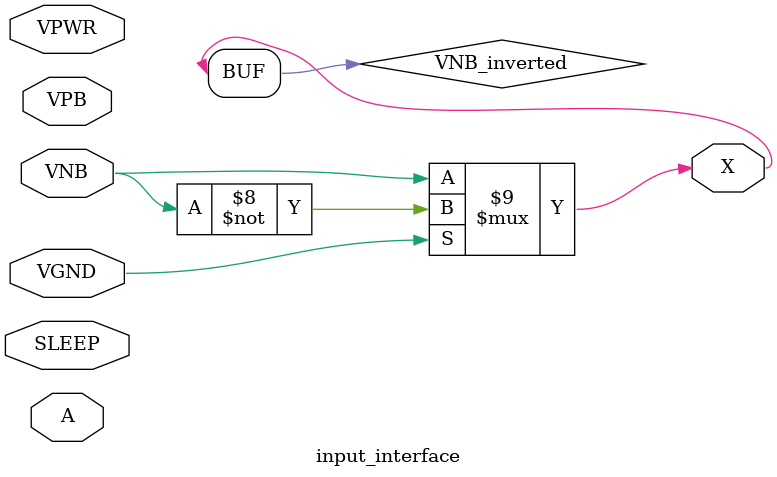
<source format=v>
module input_interface (
    input A,
    input SLEEP,
    input VPWR,
    input VGND,
    input VPB,
    input VNB,
    output X
);

    wire VPWR_inverted;
    wire VPB_inverted;
    wire VNB_inverted;

    assign VPWR_inverted = (A == 1'b1) ? ~VPWR : VPWR;
    assign VPB_inverted = (SLEEP == 1'b1) ? ~VPB : VPB;
    assign VNB_inverted = (VGND == 1'b1) ? ~VNB : VNB;

    assign X = {VPWR_inverted, VPB_inverted, VNB_inverted};

endmodule
</source>
